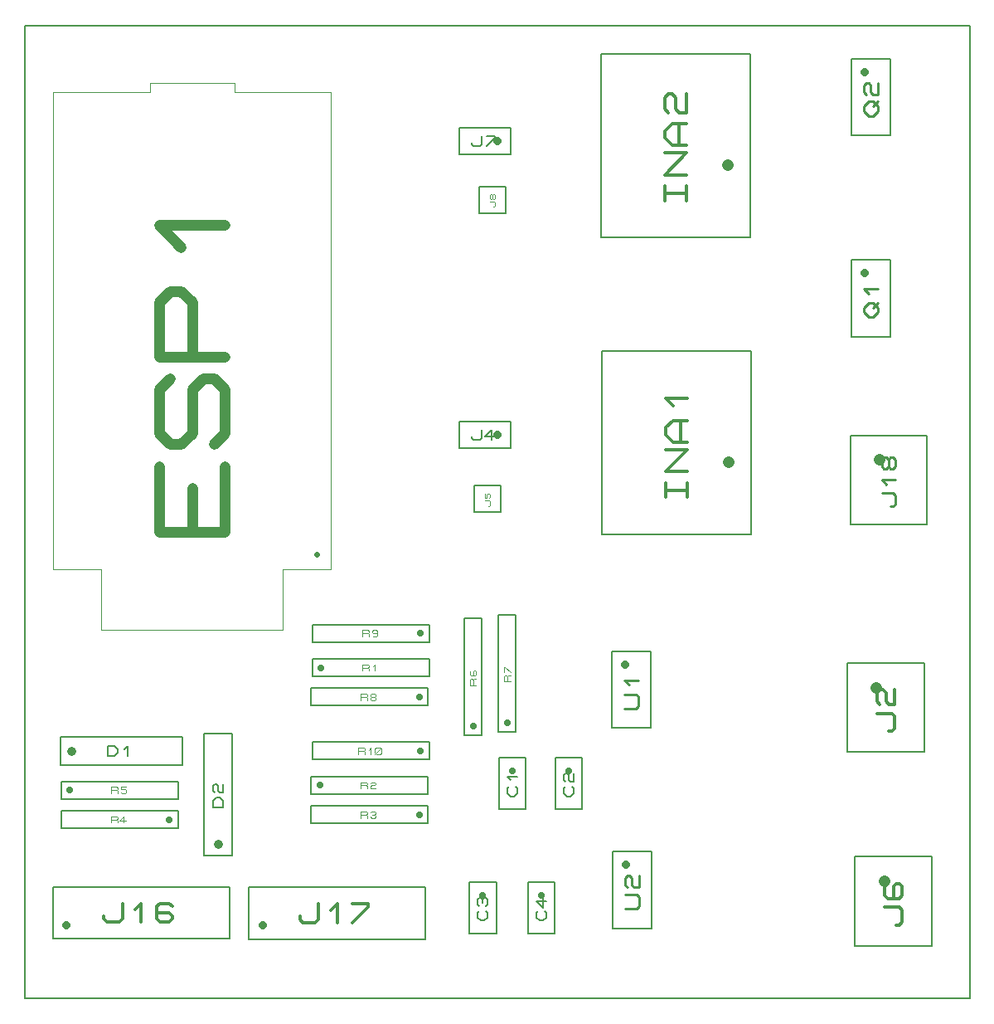
<source format=gbr>
G04 PROTEUS GERBER X2 FILE*
%TF.GenerationSoftware,Labcenter,Proteus,8.9-SP0-Build27865*%
%TF.CreationDate,2023-09-22T01:56:32+00:00*%
%TF.FileFunction,AssemblyDrawing,Top*%
%TF.FilePolarity,Positive*%
%TF.Part,Single*%
%TF.SameCoordinates,{f1bbcda0-0957-4744-b51b-1f7c2430d0f4}*%
%FSLAX45Y45*%
%MOMM*%
G01*
%TA.AperFunction,Material*%
%ADD71C,0.203200*%
%ADD73C,0.812800*%
%ADD30C,0.316990*%
%ADD31C,0.711200*%
%ADD32C,0.106680*%
%ADD33C,0.164590*%
%ADD34C,0.914400*%
%ADD35C,0.172210*%
%ADD36C,0.091440*%
%ADD37C,0.240790*%
%ADD38C,1.219200*%
%ADD39C,0.303100*%
%ADD40C,0.227330*%
%ADD41C,0.050000*%
%ADD42C,0.612000*%
%ADD43C,1.117000*%
%ADD44C,0.374060*%
%TA.AperFunction,Profile*%
%ADD70C,0.203200*%
%TD.AperFunction*%
D71*
X-10158812Y-7015508D02*
X-8360492Y-7015508D01*
X-8360492Y-6487188D01*
X-10158812Y-6487188D01*
X-10158812Y-7015508D01*
D73*
X-10021652Y-6878348D02*
X-10021652Y-6878348D01*
D30*
X-9640041Y-6783048D02*
X-9640041Y-6814747D01*
X-9608342Y-6846446D01*
X-9481546Y-6846446D01*
X-9449847Y-6814747D01*
X-9449847Y-6656251D01*
X-9323050Y-6719649D02*
X-9259652Y-6656251D01*
X-9259652Y-6846446D01*
X-8942661Y-6687950D02*
X-8974360Y-6656251D01*
X-9069457Y-6656251D01*
X-9101156Y-6687950D01*
X-9101156Y-6814747D01*
X-9069457Y-6846446D01*
X-8974360Y-6846446D01*
X-8942661Y-6814747D01*
X-8942661Y-6783048D01*
X-8974360Y-6751348D01*
X-9101156Y-6751348D01*
D71*
X-8158812Y-7019508D02*
X-6360492Y-7019508D01*
X-6360492Y-6491188D01*
X-8158812Y-6491188D01*
X-8158812Y-7019508D01*
D73*
X-8021652Y-6882348D02*
X-8021652Y-6882348D01*
D30*
X-7640041Y-6787048D02*
X-7640041Y-6818747D01*
X-7608342Y-6850446D01*
X-7481546Y-6850446D01*
X-7449847Y-6818747D01*
X-7449847Y-6660251D01*
X-7323050Y-6723649D02*
X-7259652Y-6660251D01*
X-7259652Y-6850446D01*
X-7101156Y-6660251D02*
X-6942661Y-6660251D01*
X-6942661Y-6691950D01*
X-7101156Y-6850446D01*
D71*
X-7510552Y-4340248D02*
X-6316752Y-4340248D01*
X-6316752Y-4162448D01*
X-7510552Y-4162448D01*
X-7510552Y-4340248D01*
D31*
X-7421652Y-4251348D02*
X-7421652Y-4251348D01*
D32*
X-6998996Y-4283352D02*
X-6998996Y-4219344D01*
X-6945656Y-4219344D01*
X-6934988Y-4230012D01*
X-6934988Y-4240680D01*
X-6945656Y-4251348D01*
X-6998996Y-4251348D01*
X-6945656Y-4251348D02*
X-6934988Y-4262016D01*
X-6934988Y-4283352D01*
X-6892316Y-4240680D02*
X-6870980Y-4219344D01*
X-6870980Y-4283352D01*
D71*
X-7526552Y-5540248D02*
X-6332752Y-5540248D01*
X-6332752Y-5362448D01*
X-7526552Y-5362448D01*
X-7526552Y-5540248D01*
D31*
X-7437652Y-5451348D02*
X-7437652Y-5451348D01*
D32*
X-7014996Y-5483352D02*
X-7014996Y-5419344D01*
X-6961656Y-5419344D01*
X-6950988Y-5430012D01*
X-6950988Y-5440680D01*
X-6961656Y-5451348D01*
X-7014996Y-5451348D01*
X-6961656Y-5451348D02*
X-6950988Y-5462016D01*
X-6950988Y-5483352D01*
X-6918984Y-5430012D02*
X-6908316Y-5419344D01*
X-6876312Y-5419344D01*
X-6865644Y-5430012D01*
X-6865644Y-5440680D01*
X-6876312Y-5451348D01*
X-6908316Y-5451348D01*
X-6918984Y-5462016D01*
X-6918984Y-5483352D01*
X-6865644Y-5483352D01*
D71*
X-7526552Y-5840248D02*
X-6332752Y-5840248D01*
X-6332752Y-5662448D01*
X-7526552Y-5662448D01*
X-7526552Y-5840248D01*
D31*
X-6421652Y-5751348D02*
X-6421652Y-5751348D01*
D32*
X-7014996Y-5783352D02*
X-7014996Y-5719344D01*
X-6961656Y-5719344D01*
X-6950988Y-5730012D01*
X-6950988Y-5740680D01*
X-6961656Y-5751348D01*
X-7014996Y-5751348D01*
X-6961656Y-5751348D02*
X-6950988Y-5762016D01*
X-6950988Y-5783352D01*
X-6918984Y-5730012D02*
X-6908316Y-5719344D01*
X-6876312Y-5719344D01*
X-6865644Y-5730012D01*
X-6865644Y-5740680D01*
X-6876312Y-5751348D01*
X-6865644Y-5762016D01*
X-6865644Y-5772684D01*
X-6876312Y-5783352D01*
X-6908316Y-5783352D01*
X-6918984Y-5772684D01*
X-6897648Y-5751348D02*
X-6876312Y-5751348D01*
D71*
X-10076552Y-5890248D02*
X-8882752Y-5890248D01*
X-8882752Y-5712448D01*
X-10076552Y-5712448D01*
X-10076552Y-5890248D01*
D31*
X-8971652Y-5801348D02*
X-8971652Y-5801348D01*
D32*
X-9564996Y-5833352D02*
X-9564996Y-5769344D01*
X-9511656Y-5769344D01*
X-9500988Y-5780012D01*
X-9500988Y-5790680D01*
X-9511656Y-5801348D01*
X-9564996Y-5801348D01*
X-9511656Y-5801348D02*
X-9500988Y-5812016D01*
X-9500988Y-5833352D01*
X-9415644Y-5812016D02*
X-9479652Y-5812016D01*
X-9436980Y-5769344D01*
X-9436980Y-5833352D01*
D71*
X-10076552Y-5590248D02*
X-8882752Y-5590248D01*
X-8882752Y-5412448D01*
X-10076552Y-5412448D01*
X-10076552Y-5590248D01*
D31*
X-9987652Y-5501348D02*
X-9987652Y-5501348D01*
D32*
X-9564996Y-5533352D02*
X-9564996Y-5469344D01*
X-9511656Y-5469344D01*
X-9500988Y-5480012D01*
X-9500988Y-5490680D01*
X-9511656Y-5501348D01*
X-9564996Y-5501348D01*
X-9511656Y-5501348D02*
X-9500988Y-5512016D01*
X-9500988Y-5533352D01*
X-9415644Y-5469344D02*
X-9468984Y-5469344D01*
X-9468984Y-5490680D01*
X-9426312Y-5490680D01*
X-9415644Y-5501348D01*
X-9415644Y-5522684D01*
X-9426312Y-5533352D01*
X-9458316Y-5533352D01*
X-9468984Y-5522684D01*
D71*
X-5960552Y-4940248D02*
X-5782752Y-4940248D01*
X-5782752Y-3746448D01*
X-5960552Y-3746448D01*
X-5960552Y-4940248D01*
D31*
X-5871652Y-4851348D02*
X-5871652Y-4851348D01*
D32*
X-5839648Y-4428692D02*
X-5903656Y-4428692D01*
X-5903656Y-4375352D01*
X-5892988Y-4364684D01*
X-5882320Y-4364684D01*
X-5871652Y-4375352D01*
X-5871652Y-4428692D01*
X-5871652Y-4375352D02*
X-5860984Y-4364684D01*
X-5839648Y-4364684D01*
X-5892988Y-4279340D02*
X-5903656Y-4290008D01*
X-5903656Y-4322012D01*
X-5892988Y-4332680D01*
X-5850316Y-4332680D01*
X-5839648Y-4322012D01*
X-5839648Y-4290008D01*
X-5850316Y-4279340D01*
X-5860984Y-4279340D01*
X-5871652Y-4290008D01*
X-5871652Y-4332680D01*
D71*
X-5610552Y-4906248D02*
X-5432752Y-4906248D01*
X-5432752Y-3712448D01*
X-5610552Y-3712448D01*
X-5610552Y-4906248D01*
D31*
X-5521652Y-4817348D02*
X-5521652Y-4817348D01*
D32*
X-5489648Y-4394692D02*
X-5553656Y-4394692D01*
X-5553656Y-4341352D01*
X-5542988Y-4330684D01*
X-5532320Y-4330684D01*
X-5521652Y-4341352D01*
X-5521652Y-4394692D01*
X-5521652Y-4341352D02*
X-5510984Y-4330684D01*
X-5489648Y-4330684D01*
X-5553656Y-4298680D02*
X-5553656Y-4245340D01*
X-5542988Y-4245340D01*
X-5489648Y-4298680D01*
D71*
X-7526552Y-4640248D02*
X-6332752Y-4640248D01*
X-6332752Y-4462448D01*
X-7526552Y-4462448D01*
X-7526552Y-4640248D01*
D31*
X-6421652Y-4551348D02*
X-6421652Y-4551348D01*
D32*
X-7014996Y-4583352D02*
X-7014996Y-4519344D01*
X-6961656Y-4519344D01*
X-6950988Y-4530012D01*
X-6950988Y-4540680D01*
X-6961656Y-4551348D01*
X-7014996Y-4551348D01*
X-6961656Y-4551348D02*
X-6950988Y-4562016D01*
X-6950988Y-4583352D01*
X-6908316Y-4551348D02*
X-6918984Y-4540680D01*
X-6918984Y-4530012D01*
X-6908316Y-4519344D01*
X-6876312Y-4519344D01*
X-6865644Y-4530012D01*
X-6865644Y-4540680D01*
X-6876312Y-4551348D01*
X-6908316Y-4551348D01*
X-6918984Y-4562016D01*
X-6918984Y-4572684D01*
X-6908316Y-4583352D01*
X-6876312Y-4583352D01*
X-6865644Y-4572684D01*
X-6865644Y-4562016D01*
X-6876312Y-4551348D01*
D71*
X-7510552Y-3990248D02*
X-6316752Y-3990248D01*
X-6316752Y-3812448D01*
X-7510552Y-3812448D01*
X-7510552Y-3990248D01*
D31*
X-6405652Y-3901348D02*
X-6405652Y-3901348D01*
D32*
X-6998996Y-3933352D02*
X-6998996Y-3869344D01*
X-6945656Y-3869344D01*
X-6934988Y-3880012D01*
X-6934988Y-3890680D01*
X-6945656Y-3901348D01*
X-6998996Y-3901348D01*
X-6945656Y-3901348D02*
X-6934988Y-3912016D01*
X-6934988Y-3933352D01*
X-6849644Y-3890680D02*
X-6860312Y-3901348D01*
X-6892316Y-3901348D01*
X-6902984Y-3890680D01*
X-6902984Y-3880012D01*
X-6892316Y-3869344D01*
X-6860312Y-3869344D01*
X-6849644Y-3880012D01*
X-6849644Y-3922684D01*
X-6860312Y-3933352D01*
X-6892316Y-3933352D01*
D71*
X-5608812Y-5696508D02*
X-5334492Y-5696508D01*
X-5334492Y-5168188D01*
X-5608812Y-5168188D01*
X-5608812Y-5696508D01*
D31*
X-5471652Y-5305348D02*
X-5471652Y-5305348D01*
D33*
X-5438733Y-5465267D02*
X-5422274Y-5481726D01*
X-5422274Y-5531103D01*
X-5455192Y-5564021D01*
X-5488111Y-5564021D01*
X-5521029Y-5531103D01*
X-5521029Y-5481726D01*
X-5504570Y-5465267D01*
X-5488111Y-5399430D02*
X-5521029Y-5366512D01*
X-5422274Y-5366512D01*
D71*
X-5031812Y-5696508D02*
X-4757492Y-5696508D01*
X-4757492Y-5168188D01*
X-5031812Y-5168188D01*
X-5031812Y-5696508D01*
D31*
X-4894652Y-5305348D02*
X-4894652Y-5305348D01*
D33*
X-4861733Y-5465267D02*
X-4845274Y-5481726D01*
X-4845274Y-5531103D01*
X-4878192Y-5564021D01*
X-4911111Y-5564021D01*
X-4944029Y-5531103D01*
X-4944029Y-5481726D01*
X-4927570Y-5465267D01*
X-4927570Y-5415889D02*
X-4944029Y-5399430D01*
X-4944029Y-5350053D01*
X-4927570Y-5333594D01*
X-4911111Y-5333594D01*
X-4894652Y-5350053D01*
X-4894652Y-5399430D01*
X-4878192Y-5415889D01*
X-4845274Y-5415889D01*
X-4845274Y-5333594D01*
D71*
X-5908812Y-6965508D02*
X-5634492Y-6965508D01*
X-5634492Y-6437188D01*
X-5908812Y-6437188D01*
X-5908812Y-6965508D01*
D31*
X-5771652Y-6574348D02*
X-5771652Y-6574348D01*
D33*
X-5738733Y-6734267D02*
X-5722274Y-6750726D01*
X-5722274Y-6800103D01*
X-5755192Y-6833021D01*
X-5788111Y-6833021D01*
X-5821029Y-6800103D01*
X-5821029Y-6750726D01*
X-5804570Y-6734267D01*
X-5804570Y-6684889D02*
X-5821029Y-6668430D01*
X-5821029Y-6619053D01*
X-5804570Y-6602594D01*
X-5788111Y-6602594D01*
X-5771652Y-6619053D01*
X-5755192Y-6602594D01*
X-5738733Y-6602594D01*
X-5722274Y-6619053D01*
X-5722274Y-6668430D01*
X-5738733Y-6684889D01*
X-5771652Y-6651971D02*
X-5771652Y-6619053D01*
D71*
X-5308812Y-6965508D02*
X-5034492Y-6965508D01*
X-5034492Y-6437188D01*
X-5308812Y-6437188D01*
X-5308812Y-6965508D01*
D31*
X-5171652Y-6574348D02*
X-5171652Y-6574348D01*
D33*
X-5138733Y-6734267D02*
X-5122274Y-6750726D01*
X-5122274Y-6800103D01*
X-5155192Y-6833021D01*
X-5188111Y-6833021D01*
X-5221029Y-6800103D01*
X-5221029Y-6750726D01*
X-5204570Y-6734267D01*
X-5155192Y-6602594D02*
X-5155192Y-6701348D01*
X-5221029Y-6635512D01*
X-5122274Y-6635512D01*
D71*
X-10085952Y-5243588D02*
X-8841352Y-5243588D01*
X-8841352Y-4956568D01*
X-10085952Y-4956568D01*
X-10085952Y-5243588D01*
D34*
X-9971652Y-5101348D02*
X-9971652Y-5101348D01*
D35*
X-9601421Y-5151742D02*
X-9601421Y-5048415D01*
X-9532537Y-5048415D01*
X-9498095Y-5082857D01*
X-9498095Y-5117300D01*
X-9532537Y-5151742D01*
X-9601421Y-5151742D01*
X-9429210Y-5082857D02*
X-9394768Y-5048415D01*
X-9394768Y-5151742D01*
D71*
X-8616432Y-6165648D02*
X-8329412Y-6165648D01*
X-8329412Y-4921048D01*
X-8616432Y-4921048D01*
X-8616432Y-6165648D01*
D34*
X-8471652Y-6051348D02*
X-8471652Y-6051348D01*
D35*
X-8421258Y-5681117D02*
X-8524585Y-5681117D01*
X-8524585Y-5612233D01*
X-8490143Y-5577791D01*
X-8455700Y-5577791D01*
X-8421258Y-5612233D01*
X-8421258Y-5681117D01*
X-8507364Y-5526127D02*
X-8524585Y-5508906D01*
X-8524585Y-5457243D01*
X-8507364Y-5440022D01*
X-8490143Y-5440022D01*
X-8472922Y-5457243D01*
X-8472922Y-5508906D01*
X-8455700Y-5526127D01*
X-8421258Y-5526127D01*
X-8421258Y-5440022D01*
D71*
X-5862812Y-2665508D02*
X-5588492Y-2665508D01*
X-5588492Y-2391188D01*
X-5862812Y-2391188D01*
X-5862812Y-2665508D01*
D36*
X-5716508Y-2601500D02*
X-5707364Y-2601500D01*
X-5698220Y-2592356D01*
X-5698220Y-2555780D01*
X-5707364Y-2546636D01*
X-5753084Y-2546636D01*
X-5753084Y-2473484D02*
X-5753084Y-2519204D01*
X-5734796Y-2519204D01*
X-5734796Y-2482628D01*
X-5725652Y-2473484D01*
X-5707364Y-2473484D01*
X-5698220Y-2482628D01*
X-5698220Y-2510060D01*
X-5707364Y-2519204D01*
D71*
X-6012812Y-2015508D02*
X-5484492Y-2015508D01*
X-5484492Y-1741188D01*
X-6012812Y-1741188D01*
X-6012812Y-2015508D01*
D73*
X-5621652Y-1878348D02*
X-5621652Y-1878348D01*
D33*
X-5880325Y-1894808D02*
X-5880325Y-1911267D01*
X-5863866Y-1927726D01*
X-5798030Y-1927726D01*
X-5781571Y-1911267D01*
X-5781571Y-1828971D01*
X-5649898Y-1894808D02*
X-5748652Y-1894808D01*
X-5682816Y-1828971D01*
X-5682816Y-1927726D01*
D71*
X-7510552Y-5190248D02*
X-6316752Y-5190248D01*
X-6316752Y-5012448D01*
X-7510552Y-5012448D01*
X-7510552Y-5190248D01*
D31*
X-6405652Y-5101348D02*
X-6405652Y-5101348D01*
D32*
X-7041668Y-5133352D02*
X-7041668Y-5069344D01*
X-6988328Y-5069344D01*
X-6977660Y-5080012D01*
X-6977660Y-5090680D01*
X-6988328Y-5101348D01*
X-7041668Y-5101348D01*
X-6988328Y-5101348D02*
X-6977660Y-5112016D01*
X-6977660Y-5133352D01*
X-6934988Y-5090680D02*
X-6913652Y-5069344D01*
X-6913652Y-5133352D01*
X-6870980Y-5122684D02*
X-6870980Y-5080012D01*
X-6860312Y-5069344D01*
X-6817640Y-5069344D01*
X-6806972Y-5080012D01*
X-6806972Y-5122684D01*
X-6817640Y-5133352D01*
X-6860312Y-5133352D01*
X-6870980Y-5122684D01*
X-6870980Y-5133352D02*
X-6806972Y-5069344D01*
D71*
X-5808812Y+384492D02*
X-5534492Y+384492D01*
X-5534492Y+658812D01*
X-5808812Y+658812D01*
X-5808812Y+384492D01*
D36*
X-5662508Y+448500D02*
X-5653364Y+448500D01*
X-5644220Y+457644D01*
X-5644220Y+494220D01*
X-5653364Y+503364D01*
X-5699084Y+503364D01*
X-5671652Y+539940D02*
X-5680796Y+530796D01*
X-5689940Y+530796D01*
X-5699084Y+539940D01*
X-5699084Y+567372D01*
X-5689940Y+576516D01*
X-5680796Y+576516D01*
X-5671652Y+567372D01*
X-5671652Y+539940D01*
X-5662508Y+530796D01*
X-5653364Y+530796D01*
X-5644220Y+539940D01*
X-5644220Y+567372D01*
X-5653364Y+576516D01*
X-5662508Y+576516D01*
X-5671652Y+567372D01*
D71*
X-6012812Y+984492D02*
X-5484492Y+984492D01*
X-5484492Y+1258812D01*
X-6012812Y+1258812D01*
X-6012812Y+984492D01*
D73*
X-5621652Y+1121652D02*
X-5621652Y+1121652D01*
D33*
X-5880325Y+1105192D02*
X-5880325Y+1088733D01*
X-5863866Y+1072274D01*
X-5798030Y+1072274D01*
X-5781571Y+1088733D01*
X-5781571Y+1171029D01*
X-5732193Y+1171029D02*
X-5649898Y+1171029D01*
X-5649898Y+1154570D01*
X-5732193Y+1072274D01*
D71*
X-4448812Y-6909508D02*
X-4047492Y-6909508D01*
X-4047492Y-6127188D01*
X-4448812Y-6127188D01*
X-4448812Y-6909508D01*
D73*
X-4311652Y-6264348D02*
X-4311652Y-6264348D01*
D37*
X-4320389Y-6710981D02*
X-4199993Y-6710981D01*
X-4175914Y-6686902D01*
X-4175914Y-6590586D01*
X-4199993Y-6566507D01*
X-4320389Y-6566507D01*
X-4296310Y-6494269D02*
X-4320389Y-6470190D01*
X-4320389Y-6397953D01*
X-4296310Y-6373874D01*
X-4272231Y-6373874D01*
X-4248152Y-6397953D01*
X-4248152Y-6470190D01*
X-4224072Y-6494269D01*
X-4175914Y-6494269D01*
X-4175914Y-6373874D01*
D71*
X-4454812Y-4865508D02*
X-4053492Y-4865508D01*
X-4053492Y-4083188D01*
X-4454812Y-4083188D01*
X-4454812Y-4865508D01*
D73*
X-4317652Y-4220348D02*
X-4317652Y-4220348D01*
D37*
X-4326389Y-4666981D02*
X-4205993Y-4666981D01*
X-4181914Y-4642902D01*
X-4181914Y-4546586D01*
X-4205993Y-4522507D01*
X-4326389Y-4522507D01*
X-4278231Y-4426190D02*
X-4326389Y-4378032D01*
X-4181914Y-4378032D01*
D71*
X-2008812Y-873508D02*
X-1607492Y-873508D01*
X-1607492Y-91188D01*
X-2008812Y-91188D01*
X-2008812Y-873508D01*
D73*
X-1871652Y-228348D02*
X-1871652Y-228348D01*
D37*
X-1832231Y-674981D02*
X-1880389Y-626823D01*
X-1880389Y-578665D01*
X-1832231Y-530507D01*
X-1784072Y-530507D01*
X-1735914Y-578665D01*
X-1735914Y-626823D01*
X-1784072Y-674981D01*
X-1832231Y-674981D01*
X-1784072Y-578665D02*
X-1735914Y-530507D01*
X-1832231Y-434190D02*
X-1880389Y-386032D01*
X-1735914Y-386032D01*
D71*
X-2008812Y+1180492D02*
X-1607492Y+1180492D01*
X-1607492Y+1962812D01*
X-2008812Y+1962812D01*
X-2008812Y+1180492D01*
D73*
X-1871652Y+1825652D02*
X-1871652Y+1825652D01*
D37*
X-1832231Y+1379019D02*
X-1880389Y+1427177D01*
X-1880389Y+1475335D01*
X-1832231Y+1523493D01*
X-1784072Y+1523493D01*
X-1735914Y+1475335D01*
X-1735914Y+1427177D01*
X-1784072Y+1379019D01*
X-1832231Y+1379019D01*
X-1784072Y+1475335D02*
X-1735914Y+1523493D01*
X-1856310Y+1595731D02*
X-1880389Y+1619810D01*
X-1880389Y+1692047D01*
X-1856310Y+1716126D01*
X-1832231Y+1716126D01*
X-1808152Y+1692047D01*
X-1808152Y+1619810D01*
X-1784072Y+1595731D01*
X-1735914Y+1595731D01*
X-1735914Y+1716126D01*
D71*
X-2045712Y-5113088D02*
X-1263392Y-5113088D01*
X-1263392Y-4203768D01*
X-2045712Y-4203768D01*
X-2045712Y-5113088D01*
D38*
X-1748532Y-4455228D02*
X-1748532Y-4455228D01*
D39*
X-1624241Y-4900912D02*
X-1593930Y-4900912D01*
X-1563620Y-4870602D01*
X-1563620Y-4749360D01*
X-1593930Y-4719049D01*
X-1745483Y-4719049D01*
X-1715173Y-4628118D02*
X-1745483Y-4597807D01*
X-1745483Y-4506876D01*
X-1715173Y-4476565D01*
X-1684862Y-4476565D01*
X-1654552Y-4506876D01*
X-1654552Y-4597807D01*
X-1624241Y-4628118D01*
X-1563620Y-4628118D01*
X-1563620Y-4476565D01*
D71*
X-1968832Y-7089968D02*
X-1186512Y-7089968D01*
X-1186512Y-6180648D01*
X-1968832Y-6180648D01*
X-1968832Y-7089968D01*
D38*
X-1671652Y-6432108D02*
X-1671652Y-6432108D01*
D39*
X-1547361Y-6877792D02*
X-1517050Y-6877792D01*
X-1486740Y-6847482D01*
X-1486740Y-6726240D01*
X-1517050Y-6695929D01*
X-1668603Y-6695929D01*
X-1638293Y-6453445D02*
X-1668603Y-6483756D01*
X-1668603Y-6574687D01*
X-1638293Y-6604998D01*
X-1517050Y-6604998D01*
X-1486740Y-6574687D01*
X-1486740Y-6483756D01*
X-1517050Y-6453445D01*
X-1547361Y-6453445D01*
X-1577672Y-6483756D01*
X-1577672Y-6604998D01*
D71*
X-2018832Y-2789968D02*
X-1236512Y-2789968D01*
X-1236512Y-1880648D01*
X-2018832Y-1880648D01*
X-2018832Y-2789968D01*
D38*
X-1721652Y-2132108D02*
X-1721652Y-2132108D01*
D40*
X-1604939Y-2608104D02*
X-1582206Y-2608104D01*
X-1559473Y-2585371D01*
X-1559473Y-2494439D01*
X-1582206Y-2471706D01*
X-1695871Y-2471706D01*
X-1650405Y-2380774D02*
X-1695871Y-2335308D01*
X-1559473Y-2335308D01*
X-1627672Y-2198910D02*
X-1650405Y-2221643D01*
X-1673138Y-2221643D01*
X-1695871Y-2198910D01*
X-1695871Y-2130711D01*
X-1673138Y-2107978D01*
X-1650405Y-2107978D01*
X-1627672Y-2130711D01*
X-1627672Y-2198910D01*
X-1604939Y-2221643D01*
X-1582206Y-2221643D01*
X-1559473Y-2198910D01*
X-1559473Y-2130711D01*
X-1582206Y-2107978D01*
X-1604939Y-2107978D01*
X-1627672Y-2130711D01*
D41*
X-7321652Y-3251348D02*
X-7321652Y+1624652D01*
X-10161652Y+1624652D02*
X-10161652Y-3251348D01*
X-9666652Y-3251348D01*
X-7816652Y-3251348D02*
X-7321652Y-3251348D01*
X-7816652Y-3251348D02*
X-7816652Y-3868348D01*
X-9666652Y-3868348D01*
X-9666652Y-3251348D01*
X-7321652Y+1624652D02*
X-8309652Y+1624652D01*
X-8309652Y+1711652D01*
X-9172652Y+1711652D01*
X-9172652Y+1624652D01*
X-10161652Y+1624652D01*
D42*
X-7471652Y-3098348D02*
X-7471652Y-3098348D01*
D43*
X-8406552Y-2195348D02*
X-8406552Y-2865548D01*
X-9076752Y-2865548D01*
X-9076752Y-2195348D01*
X-8741652Y-2865548D02*
X-8741652Y-2418748D01*
X-8518252Y-1971948D02*
X-8406552Y-1860248D01*
X-8406552Y-1413448D01*
X-8518252Y-1301748D01*
X-8629952Y-1301748D01*
X-8741652Y-1413448D01*
X-8741652Y-1860248D01*
X-8853352Y-1971948D01*
X-8965052Y-1971948D01*
X-9076752Y-1860248D01*
X-9076752Y-1413448D01*
X-8965052Y-1301748D01*
X-8406552Y-1078348D02*
X-9076752Y-1078348D01*
X-9076752Y-519848D01*
X-8965052Y-408148D01*
X-8853352Y-408148D01*
X-8741652Y-519848D01*
X-8741652Y-1078348D01*
X-8853352Y+38652D02*
X-9076752Y+262052D01*
X-8406552Y+262052D01*
D71*
X-4551812Y-2888508D02*
X-3031492Y-2888508D01*
X-3031492Y-1018188D01*
X-4551812Y-1018188D01*
X-4551812Y-2888508D01*
D38*
X-3261652Y-2158348D02*
X-3261652Y-2158348D01*
D44*
X-3903871Y-2514444D02*
X-3903871Y-2364819D01*
X-3903871Y-2439631D02*
X-3679432Y-2439631D01*
X-3679432Y-2514444D02*
X-3679432Y-2364819D01*
X-3679432Y-2252599D02*
X-3903871Y-2252599D01*
X-3679432Y-2028161D01*
X-3903871Y-2028161D01*
X-3679432Y-1953348D02*
X-3829058Y-1953348D01*
X-3903871Y-1878536D01*
X-3903871Y-1803723D01*
X-3829058Y-1728910D01*
X-3679432Y-1728910D01*
X-3754245Y-1953348D02*
X-3754245Y-1728910D01*
X-3829058Y-1579285D02*
X-3903871Y-1504472D01*
X-3679432Y-1504472D01*
D71*
X-4561812Y+141492D02*
X-3041492Y+141492D01*
X-3041492Y+2011812D01*
X-4561812Y+2011812D01*
X-4561812Y+141492D01*
D38*
X-3271652Y+871652D02*
X-3271652Y+871652D01*
D44*
X-3913871Y+515556D02*
X-3913871Y+665181D01*
X-3913871Y+590369D02*
X-3689432Y+590369D01*
X-3689432Y+515556D02*
X-3689432Y+665181D01*
X-3689432Y+777401D02*
X-3913871Y+777401D01*
X-3689432Y+1001839D01*
X-3913871Y+1001839D01*
X-3689432Y+1076652D02*
X-3839058Y+1076652D01*
X-3913871Y+1151464D01*
X-3913871Y+1226277D01*
X-3839058Y+1301090D01*
X-3689432Y+1301090D01*
X-3764245Y+1076652D02*
X-3764245Y+1301090D01*
X-3876464Y+1413309D02*
X-3913871Y+1450715D01*
X-3913871Y+1562934D01*
X-3876464Y+1600341D01*
X-3839058Y+1600341D01*
X-3801652Y+1562934D01*
X-3801652Y+1450715D01*
X-3764245Y+1413309D01*
X-3689432Y+1413309D01*
X-3689432Y+1600341D01*
D70*
X-10450000Y-7628348D02*
X-800000Y-7628348D01*
X-800000Y+2300000D01*
X-10450000Y+2300000D01*
X-10450000Y-7628348D01*
M02*

</source>
